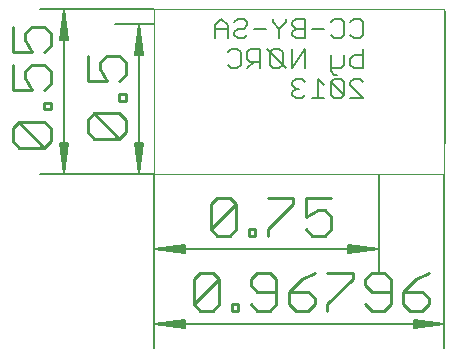
<source format=gbo>
G75*
G70*
%OFA0B0*%
%FSLAX24Y24*%
%IPPOS*%
%LPD*%
%AMOC8*
5,1,8,0,0,1.08239X$1,22.5*
%
%ADD10C,0.0000*%
%ADD11C,0.0051*%
%ADD12C,0.0110*%
%ADD13C,0.0060*%
D10*
X005331Y005913D02*
X005331Y011408D01*
X015011Y011408D01*
X015011Y005913D01*
X005331Y005913D01*
X005331Y006963D02*
X005331Y011363D01*
X015018Y011363D02*
X015018Y006963D01*
D11*
X005331Y005913D02*
X005331Y000126D01*
X005331Y000913D02*
X006355Y000787D01*
X006355Y001039D01*
X005331Y000913D01*
X006355Y000811D01*
X006355Y000862D02*
X005331Y000913D01*
X006355Y001015D01*
X006355Y000964D02*
X005331Y000913D01*
X015011Y000913D01*
X013987Y000811D01*
X013987Y000787D02*
X015011Y000913D01*
X013987Y001015D01*
X013987Y001039D02*
X013987Y000787D01*
X013987Y000862D02*
X015011Y000913D01*
X013987Y000964D01*
X013987Y001039D02*
X015011Y000913D01*
X015011Y000126D02*
X015011Y005913D01*
X012831Y005913D02*
X012831Y002626D01*
X012831Y003413D02*
X011807Y003311D01*
X011807Y003287D02*
X012831Y003413D01*
X011807Y003515D01*
X011807Y003539D02*
X011807Y003287D01*
X011807Y003362D02*
X012831Y003413D01*
X011807Y003464D01*
X011807Y003539D02*
X012831Y003413D01*
X005331Y003413D01*
X006355Y003311D01*
X006355Y003287D02*
X005331Y003413D01*
X006355Y003515D01*
X006355Y003539D02*
X006355Y003287D01*
X006355Y003362D02*
X005331Y003413D01*
X006355Y003464D01*
X006355Y003539D02*
X005331Y003413D01*
X005331Y002626D02*
X005331Y005913D01*
X001544Y005913D01*
X002331Y005913D02*
X002433Y006937D01*
X002457Y006937D02*
X002205Y006937D01*
X002331Y005913D01*
X002229Y006937D01*
X002280Y006937D02*
X002331Y005913D01*
X002382Y006937D01*
X002457Y006937D02*
X002331Y005913D01*
X002331Y011413D01*
X002433Y010389D01*
X002457Y010389D02*
X002205Y010389D01*
X002331Y011413D01*
X002229Y010389D01*
X002280Y010389D02*
X002331Y011413D01*
X002382Y010389D01*
X002457Y010389D02*
X002331Y011413D01*
X001544Y011413D02*
X005331Y011413D01*
X005331Y010913D02*
X004044Y010913D01*
X004831Y010913D02*
X004933Y009889D01*
X004957Y009889D02*
X004831Y010913D01*
X004729Y009889D01*
X004705Y009889D02*
X004957Y009889D01*
X004882Y009889D02*
X004831Y010913D01*
X004780Y009889D01*
X004705Y009889D02*
X004831Y010913D01*
X004831Y005913D01*
X004933Y006937D01*
X004957Y006937D02*
X004831Y005913D01*
X004729Y006937D01*
X004705Y006937D02*
X004957Y006937D01*
X004882Y006937D02*
X004831Y005913D01*
X004780Y006937D01*
X004705Y006937D02*
X004831Y005913D01*
X005331Y005913D02*
X004044Y005913D01*
D12*
X004171Y007097D02*
X003325Y007097D01*
X003113Y007309D01*
X003113Y007732D01*
X003325Y007944D01*
X004171Y007097D01*
X004382Y007309D01*
X004382Y007732D01*
X004171Y007944D01*
X003325Y007944D01*
X004171Y008366D02*
X004171Y008578D01*
X004382Y008578D01*
X004382Y008366D01*
X004171Y008366D01*
X004171Y009001D02*
X004382Y009212D01*
X004382Y009635D01*
X004171Y009847D01*
X003748Y009847D01*
X003536Y009635D01*
X003536Y009424D01*
X003748Y009001D01*
X003113Y009001D01*
X003113Y009847D01*
X001882Y010183D02*
X001671Y009971D01*
X001882Y010183D02*
X001882Y010606D01*
X001671Y010817D01*
X001248Y010817D01*
X001036Y010606D01*
X001036Y010394D01*
X001248Y009971D01*
X000613Y009971D01*
X000613Y010817D01*
X000613Y009549D02*
X000613Y008702D01*
X001248Y008702D01*
X001036Y009125D01*
X001036Y009337D01*
X001248Y009549D01*
X001671Y009549D01*
X001882Y009337D01*
X001882Y008914D01*
X001671Y008702D01*
X001671Y008280D02*
X001882Y008280D01*
X001882Y008068D01*
X001671Y008068D01*
X001671Y008280D01*
X001671Y007645D02*
X000825Y007645D01*
X001671Y006799D01*
X001882Y007011D01*
X001882Y007434D01*
X001671Y007645D01*
X000825Y007645D02*
X000613Y007434D01*
X000613Y007011D01*
X000825Y006799D01*
X001671Y006799D01*
X007217Y004919D02*
X007217Y004073D01*
X008063Y004919D01*
X008063Y004073D01*
X007852Y003862D01*
X007429Y003862D01*
X007217Y004073D01*
X008486Y004073D02*
X008486Y003862D01*
X008698Y003862D01*
X008698Y004073D01*
X008486Y004073D01*
X009120Y004073D02*
X009120Y003862D01*
X009120Y004073D02*
X009966Y004919D01*
X009966Y005131D01*
X009120Y005131D01*
X008063Y004919D02*
X007852Y005131D01*
X007429Y005131D01*
X007217Y004919D01*
X010389Y005131D02*
X010389Y004496D01*
X010812Y004708D01*
X011024Y004708D01*
X011235Y004496D01*
X011235Y004073D01*
X011024Y003862D01*
X010601Y003862D01*
X010389Y004073D01*
X010389Y005131D02*
X011235Y005131D01*
X011103Y002631D02*
X011949Y002631D01*
X011949Y002419D01*
X011103Y001573D01*
X011103Y001362D01*
X010680Y001573D02*
X010680Y001785D01*
X010469Y001996D01*
X009834Y001996D01*
X009834Y001573D01*
X010046Y001362D01*
X010469Y001362D01*
X010680Y001573D01*
X010257Y002419D02*
X009834Y001996D01*
X009412Y001996D02*
X008777Y001996D01*
X008566Y002208D01*
X008566Y002419D01*
X008777Y002631D01*
X009200Y002631D01*
X009412Y002419D01*
X009412Y001573D01*
X009200Y001362D01*
X008777Y001362D01*
X008566Y001573D01*
X008143Y001573D02*
X008143Y001362D01*
X007931Y001362D01*
X007931Y001573D01*
X008143Y001573D01*
X007508Y001573D02*
X007297Y001362D01*
X006874Y001362D01*
X006662Y001573D01*
X007508Y002419D01*
X007508Y001573D01*
X006662Y001573D02*
X006662Y002419D01*
X006874Y002631D01*
X007297Y002631D01*
X007508Y002419D01*
X010257Y002419D02*
X010680Y002631D01*
X012372Y002419D02*
X012372Y002208D01*
X012584Y001996D01*
X013218Y001996D01*
X013641Y001996D02*
X014275Y001996D01*
X014487Y001785D01*
X014487Y001573D01*
X014275Y001362D01*
X013852Y001362D01*
X013641Y001573D01*
X013641Y001996D01*
X014064Y002419D01*
X014487Y002631D01*
X013218Y002419D02*
X013007Y002631D01*
X012584Y002631D01*
X012372Y002419D01*
X013218Y002419D02*
X013218Y001573D01*
X013007Y001362D01*
X012584Y001362D01*
X012372Y001573D01*
D13*
X012301Y008443D02*
X011874Y008443D01*
X011656Y008550D02*
X011229Y008977D01*
X011229Y008550D01*
X011336Y008443D01*
X011550Y008443D01*
X011656Y008550D01*
X011656Y008977D01*
X011550Y009084D01*
X011336Y009084D01*
X011229Y008977D01*
X011012Y008870D02*
X010798Y009084D01*
X010798Y008443D01*
X010585Y008443D02*
X011012Y008443D01*
X010367Y008550D02*
X010261Y008443D01*
X010047Y008443D01*
X009940Y008550D01*
X009940Y008657D01*
X010047Y008763D01*
X010154Y008763D01*
X010047Y008763D02*
X009940Y008870D01*
X009940Y008977D01*
X010047Y009084D01*
X010261Y009084D01*
X010367Y008977D01*
X010367Y009443D02*
X010367Y010084D01*
X009940Y009443D01*
X009940Y010084D01*
X009616Y009977D02*
X009616Y009550D01*
X009509Y009443D01*
X009296Y009443D01*
X009189Y009550D01*
X009189Y009977D01*
X009296Y010084D01*
X009509Y010084D01*
X009616Y009977D01*
X009723Y009443D02*
X009082Y010084D01*
X008863Y010084D02*
X008543Y010084D01*
X008436Y009977D01*
X008436Y009763D01*
X008543Y009657D01*
X008863Y009657D01*
X008650Y009657D02*
X008436Y009443D01*
X008219Y009550D02*
X008112Y009443D01*
X007899Y009443D01*
X007792Y009550D01*
X008219Y009550D02*
X008219Y009977D01*
X008112Y010084D01*
X007899Y010084D01*
X007792Y009977D01*
X007789Y010443D02*
X007789Y010870D01*
X007576Y011084D01*
X007362Y010870D01*
X007362Y010443D01*
X007362Y010763D02*
X007789Y010763D01*
X008007Y010657D02*
X008007Y010550D01*
X008113Y010443D01*
X008327Y010443D01*
X008434Y010550D01*
X008327Y010763D02*
X008113Y010763D01*
X008007Y010657D01*
X008327Y010763D02*
X008434Y010870D01*
X008434Y010977D01*
X008327Y011084D01*
X008113Y011084D01*
X008007Y010977D01*
X008651Y010763D02*
X009078Y010763D01*
X009296Y010977D02*
X009296Y011084D01*
X009296Y010977D02*
X009509Y010763D01*
X009509Y010443D01*
X009940Y010550D02*
X009940Y010657D01*
X010047Y010763D01*
X010367Y010763D01*
X010047Y010763D02*
X009940Y010870D01*
X009940Y010977D01*
X010047Y011084D01*
X010367Y011084D01*
X010367Y010443D01*
X010047Y010443D01*
X009940Y010550D01*
X009723Y010977D02*
X009509Y010763D01*
X009723Y010977D02*
X009723Y011084D01*
X010585Y010763D02*
X011012Y010763D01*
X011229Y010550D02*
X011336Y010443D01*
X011550Y010443D01*
X011656Y010550D01*
X011656Y010977D01*
X011550Y011084D01*
X011336Y011084D01*
X011229Y010977D01*
X011874Y010977D02*
X011981Y011084D01*
X012194Y011084D01*
X012301Y010977D01*
X012301Y010550D01*
X012194Y010443D01*
X011981Y010443D01*
X011874Y010550D01*
X012301Y010084D02*
X012301Y009443D01*
X011981Y009443D01*
X011874Y009550D01*
X011874Y009763D01*
X011981Y009870D01*
X012301Y009870D01*
X011656Y009870D02*
X011656Y009550D01*
X011550Y009443D01*
X011229Y009443D01*
X011229Y009336D02*
X011336Y009229D01*
X011443Y009229D01*
X011229Y009336D02*
X011229Y009870D01*
X011981Y009084D02*
X012194Y009084D01*
X012301Y008977D01*
X011981Y009084D02*
X011874Y008977D01*
X011874Y008870D01*
X012301Y008443D01*
X008863Y009443D02*
X008863Y010084D01*
M02*

</source>
